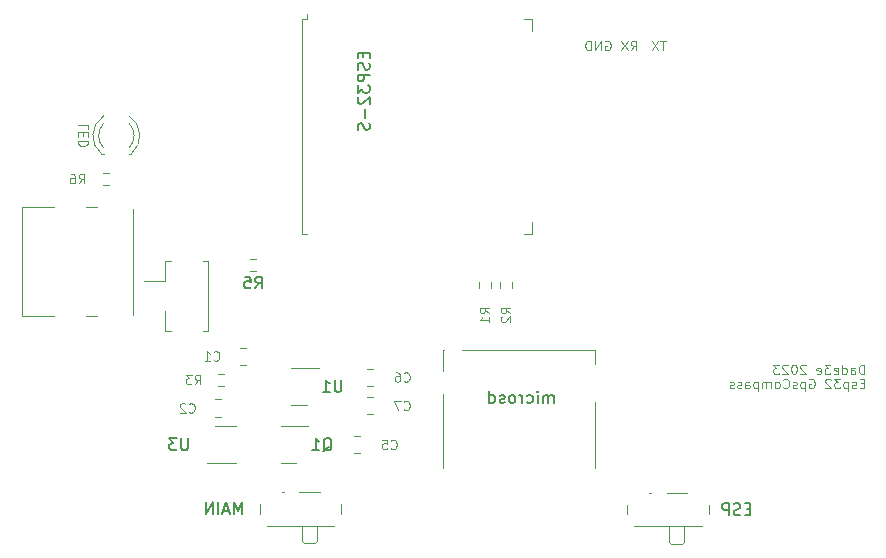
<source format=gbr>
%TF.GenerationSoftware,KiCad,Pcbnew,7.0.2-1.fc38*%
%TF.CreationDate,2023-06-07T17:49:04+02:00*%
%TF.ProjectId,gps_compass,6770735f-636f-46d7-9061-73732e6b6963,rev?*%
%TF.SameCoordinates,Original*%
%TF.FileFunction,Legend,Bot*%
%TF.FilePolarity,Positive*%
%FSLAX46Y46*%
G04 Gerber Fmt 4.6, Leading zero omitted, Abs format (unit mm)*
G04 Created by KiCad (PCBNEW 7.0.2-1.fc38) date 2023-06-07 17:49:04*
%MOMM*%
%LPD*%
G01*
G04 APERTURE LIST*
%ADD10C,0.100000*%
%ADD11C,0.150000*%
%ADD12C,0.120000*%
G04 APERTURE END LIST*
D10*
X157552380Y-35602095D02*
X157819047Y-35221142D01*
X158009523Y-35602095D02*
X158009523Y-34802095D01*
X158009523Y-34802095D02*
X157704761Y-34802095D01*
X157704761Y-34802095D02*
X157628571Y-34840190D01*
X157628571Y-34840190D02*
X157590476Y-34878285D01*
X157590476Y-34878285D02*
X157552380Y-34954476D01*
X157552380Y-34954476D02*
X157552380Y-35068761D01*
X157552380Y-35068761D02*
X157590476Y-35144952D01*
X157590476Y-35144952D02*
X157628571Y-35183047D01*
X157628571Y-35183047D02*
X157704761Y-35221142D01*
X157704761Y-35221142D02*
X158009523Y-35221142D01*
X157285714Y-34802095D02*
X156752380Y-35602095D01*
X156752380Y-34802095D02*
X157285714Y-35602095D01*
X177309523Y-63783047D02*
X177042857Y-63783047D01*
X176928571Y-64202095D02*
X177309523Y-64202095D01*
X177309523Y-64202095D02*
X177309523Y-63402095D01*
X177309523Y-63402095D02*
X176928571Y-63402095D01*
X176623809Y-64164000D02*
X176547618Y-64202095D01*
X176547618Y-64202095D02*
X176395237Y-64202095D01*
X176395237Y-64202095D02*
X176319047Y-64164000D01*
X176319047Y-64164000D02*
X176280951Y-64087809D01*
X176280951Y-64087809D02*
X176280951Y-64049714D01*
X176280951Y-64049714D02*
X176319047Y-63973523D01*
X176319047Y-63973523D02*
X176395237Y-63935428D01*
X176395237Y-63935428D02*
X176509523Y-63935428D01*
X176509523Y-63935428D02*
X176585713Y-63897333D01*
X176585713Y-63897333D02*
X176623809Y-63821142D01*
X176623809Y-63821142D02*
X176623809Y-63783047D01*
X176623809Y-63783047D02*
X176585713Y-63706857D01*
X176585713Y-63706857D02*
X176509523Y-63668761D01*
X176509523Y-63668761D02*
X176395237Y-63668761D01*
X176395237Y-63668761D02*
X176319047Y-63706857D01*
X175938094Y-63668761D02*
X175938094Y-64468761D01*
X175938094Y-63706857D02*
X175861904Y-63668761D01*
X175861904Y-63668761D02*
X175709523Y-63668761D01*
X175709523Y-63668761D02*
X175633332Y-63706857D01*
X175633332Y-63706857D02*
X175595237Y-63744952D01*
X175595237Y-63744952D02*
X175557142Y-63821142D01*
X175557142Y-63821142D02*
X175557142Y-64049714D01*
X175557142Y-64049714D02*
X175595237Y-64125904D01*
X175595237Y-64125904D02*
X175633332Y-64164000D01*
X175633332Y-64164000D02*
X175709523Y-64202095D01*
X175709523Y-64202095D02*
X175861904Y-64202095D01*
X175861904Y-64202095D02*
X175938094Y-64164000D01*
X175290475Y-63402095D02*
X174795237Y-63402095D01*
X174795237Y-63402095D02*
X175061903Y-63706857D01*
X175061903Y-63706857D02*
X174947618Y-63706857D01*
X174947618Y-63706857D02*
X174871427Y-63744952D01*
X174871427Y-63744952D02*
X174833332Y-63783047D01*
X174833332Y-63783047D02*
X174795237Y-63859238D01*
X174795237Y-63859238D02*
X174795237Y-64049714D01*
X174795237Y-64049714D02*
X174833332Y-64125904D01*
X174833332Y-64125904D02*
X174871427Y-64164000D01*
X174871427Y-64164000D02*
X174947618Y-64202095D01*
X174947618Y-64202095D02*
X175176189Y-64202095D01*
X175176189Y-64202095D02*
X175252380Y-64164000D01*
X175252380Y-64164000D02*
X175290475Y-64125904D01*
X174490475Y-63478285D02*
X174452379Y-63440190D01*
X174452379Y-63440190D02*
X174376189Y-63402095D01*
X174376189Y-63402095D02*
X174185713Y-63402095D01*
X174185713Y-63402095D02*
X174109522Y-63440190D01*
X174109522Y-63440190D02*
X174071427Y-63478285D01*
X174071427Y-63478285D02*
X174033332Y-63554476D01*
X174033332Y-63554476D02*
X174033332Y-63630666D01*
X174033332Y-63630666D02*
X174071427Y-63744952D01*
X174071427Y-63744952D02*
X174528570Y-64202095D01*
X174528570Y-64202095D02*
X174033332Y-64202095D01*
X172661903Y-63440190D02*
X172738093Y-63402095D01*
X172738093Y-63402095D02*
X172852379Y-63402095D01*
X172852379Y-63402095D02*
X172966665Y-63440190D01*
X172966665Y-63440190D02*
X173042855Y-63516380D01*
X173042855Y-63516380D02*
X173080950Y-63592571D01*
X173080950Y-63592571D02*
X173119046Y-63744952D01*
X173119046Y-63744952D02*
X173119046Y-63859238D01*
X173119046Y-63859238D02*
X173080950Y-64011619D01*
X173080950Y-64011619D02*
X173042855Y-64087809D01*
X173042855Y-64087809D02*
X172966665Y-64164000D01*
X172966665Y-64164000D02*
X172852379Y-64202095D01*
X172852379Y-64202095D02*
X172776188Y-64202095D01*
X172776188Y-64202095D02*
X172661903Y-64164000D01*
X172661903Y-64164000D02*
X172623807Y-64125904D01*
X172623807Y-64125904D02*
X172623807Y-63859238D01*
X172623807Y-63859238D02*
X172776188Y-63859238D01*
X172280950Y-63668761D02*
X172280950Y-64468761D01*
X172280950Y-63706857D02*
X172204760Y-63668761D01*
X172204760Y-63668761D02*
X172052379Y-63668761D01*
X172052379Y-63668761D02*
X171976188Y-63706857D01*
X171976188Y-63706857D02*
X171938093Y-63744952D01*
X171938093Y-63744952D02*
X171899998Y-63821142D01*
X171899998Y-63821142D02*
X171899998Y-64049714D01*
X171899998Y-64049714D02*
X171938093Y-64125904D01*
X171938093Y-64125904D02*
X171976188Y-64164000D01*
X171976188Y-64164000D02*
X172052379Y-64202095D01*
X172052379Y-64202095D02*
X172204760Y-64202095D01*
X172204760Y-64202095D02*
X172280950Y-64164000D01*
X171595236Y-64164000D02*
X171519045Y-64202095D01*
X171519045Y-64202095D02*
X171366664Y-64202095D01*
X171366664Y-64202095D02*
X171290474Y-64164000D01*
X171290474Y-64164000D02*
X171252378Y-64087809D01*
X171252378Y-64087809D02*
X171252378Y-64049714D01*
X171252378Y-64049714D02*
X171290474Y-63973523D01*
X171290474Y-63973523D02*
X171366664Y-63935428D01*
X171366664Y-63935428D02*
X171480950Y-63935428D01*
X171480950Y-63935428D02*
X171557140Y-63897333D01*
X171557140Y-63897333D02*
X171595236Y-63821142D01*
X171595236Y-63821142D02*
X171595236Y-63783047D01*
X171595236Y-63783047D02*
X171557140Y-63706857D01*
X171557140Y-63706857D02*
X171480950Y-63668761D01*
X171480950Y-63668761D02*
X171366664Y-63668761D01*
X171366664Y-63668761D02*
X171290474Y-63706857D01*
X170452378Y-64125904D02*
X170490474Y-64164000D01*
X170490474Y-64164000D02*
X170604759Y-64202095D01*
X170604759Y-64202095D02*
X170680950Y-64202095D01*
X170680950Y-64202095D02*
X170795236Y-64164000D01*
X170795236Y-64164000D02*
X170871426Y-64087809D01*
X170871426Y-64087809D02*
X170909521Y-64011619D01*
X170909521Y-64011619D02*
X170947617Y-63859238D01*
X170947617Y-63859238D02*
X170947617Y-63744952D01*
X170947617Y-63744952D02*
X170909521Y-63592571D01*
X170909521Y-63592571D02*
X170871426Y-63516380D01*
X170871426Y-63516380D02*
X170795236Y-63440190D01*
X170795236Y-63440190D02*
X170680950Y-63402095D01*
X170680950Y-63402095D02*
X170604759Y-63402095D01*
X170604759Y-63402095D02*
X170490474Y-63440190D01*
X170490474Y-63440190D02*
X170452378Y-63478285D01*
X169995236Y-64202095D02*
X170071426Y-64164000D01*
X170071426Y-64164000D02*
X170109521Y-64125904D01*
X170109521Y-64125904D02*
X170147617Y-64049714D01*
X170147617Y-64049714D02*
X170147617Y-63821142D01*
X170147617Y-63821142D02*
X170109521Y-63744952D01*
X170109521Y-63744952D02*
X170071426Y-63706857D01*
X170071426Y-63706857D02*
X169995236Y-63668761D01*
X169995236Y-63668761D02*
X169880950Y-63668761D01*
X169880950Y-63668761D02*
X169804759Y-63706857D01*
X169804759Y-63706857D02*
X169766664Y-63744952D01*
X169766664Y-63744952D02*
X169728569Y-63821142D01*
X169728569Y-63821142D02*
X169728569Y-64049714D01*
X169728569Y-64049714D02*
X169766664Y-64125904D01*
X169766664Y-64125904D02*
X169804759Y-64164000D01*
X169804759Y-64164000D02*
X169880950Y-64202095D01*
X169880950Y-64202095D02*
X169995236Y-64202095D01*
X169385711Y-64202095D02*
X169385711Y-63668761D01*
X169385711Y-63744952D02*
X169347616Y-63706857D01*
X169347616Y-63706857D02*
X169271426Y-63668761D01*
X169271426Y-63668761D02*
X169157140Y-63668761D01*
X169157140Y-63668761D02*
X169080949Y-63706857D01*
X169080949Y-63706857D02*
X169042854Y-63783047D01*
X169042854Y-63783047D02*
X169042854Y-64202095D01*
X169042854Y-63783047D02*
X169004759Y-63706857D01*
X169004759Y-63706857D02*
X168928568Y-63668761D01*
X168928568Y-63668761D02*
X168814283Y-63668761D01*
X168814283Y-63668761D02*
X168738092Y-63706857D01*
X168738092Y-63706857D02*
X168699997Y-63783047D01*
X168699997Y-63783047D02*
X168699997Y-64202095D01*
X168319044Y-63668761D02*
X168319044Y-64468761D01*
X168319044Y-63706857D02*
X168242854Y-63668761D01*
X168242854Y-63668761D02*
X168090473Y-63668761D01*
X168090473Y-63668761D02*
X168014282Y-63706857D01*
X168014282Y-63706857D02*
X167976187Y-63744952D01*
X167976187Y-63744952D02*
X167938092Y-63821142D01*
X167938092Y-63821142D02*
X167938092Y-64049714D01*
X167938092Y-64049714D02*
X167976187Y-64125904D01*
X167976187Y-64125904D02*
X168014282Y-64164000D01*
X168014282Y-64164000D02*
X168090473Y-64202095D01*
X168090473Y-64202095D02*
X168242854Y-64202095D01*
X168242854Y-64202095D02*
X168319044Y-64164000D01*
X167252377Y-64202095D02*
X167252377Y-63783047D01*
X167252377Y-63783047D02*
X167290472Y-63706857D01*
X167290472Y-63706857D02*
X167366663Y-63668761D01*
X167366663Y-63668761D02*
X167519044Y-63668761D01*
X167519044Y-63668761D02*
X167595234Y-63706857D01*
X167252377Y-64164000D02*
X167328568Y-64202095D01*
X167328568Y-64202095D02*
X167519044Y-64202095D01*
X167519044Y-64202095D02*
X167595234Y-64164000D01*
X167595234Y-64164000D02*
X167633330Y-64087809D01*
X167633330Y-64087809D02*
X167633330Y-64011619D01*
X167633330Y-64011619D02*
X167595234Y-63935428D01*
X167595234Y-63935428D02*
X167519044Y-63897333D01*
X167519044Y-63897333D02*
X167328568Y-63897333D01*
X167328568Y-63897333D02*
X167252377Y-63859238D01*
X166909520Y-64164000D02*
X166833329Y-64202095D01*
X166833329Y-64202095D02*
X166680948Y-64202095D01*
X166680948Y-64202095D02*
X166604758Y-64164000D01*
X166604758Y-64164000D02*
X166566662Y-64087809D01*
X166566662Y-64087809D02*
X166566662Y-64049714D01*
X166566662Y-64049714D02*
X166604758Y-63973523D01*
X166604758Y-63973523D02*
X166680948Y-63935428D01*
X166680948Y-63935428D02*
X166795234Y-63935428D01*
X166795234Y-63935428D02*
X166871424Y-63897333D01*
X166871424Y-63897333D02*
X166909520Y-63821142D01*
X166909520Y-63821142D02*
X166909520Y-63783047D01*
X166909520Y-63783047D02*
X166871424Y-63706857D01*
X166871424Y-63706857D02*
X166795234Y-63668761D01*
X166795234Y-63668761D02*
X166680948Y-63668761D01*
X166680948Y-63668761D02*
X166604758Y-63706857D01*
X166261901Y-64164000D02*
X166185710Y-64202095D01*
X166185710Y-64202095D02*
X166033329Y-64202095D01*
X166033329Y-64202095D02*
X165957139Y-64164000D01*
X165957139Y-64164000D02*
X165919043Y-64087809D01*
X165919043Y-64087809D02*
X165919043Y-64049714D01*
X165919043Y-64049714D02*
X165957139Y-63973523D01*
X165957139Y-63973523D02*
X166033329Y-63935428D01*
X166033329Y-63935428D02*
X166147615Y-63935428D01*
X166147615Y-63935428D02*
X166223805Y-63897333D01*
X166223805Y-63897333D02*
X166261901Y-63821142D01*
X166261901Y-63821142D02*
X166261901Y-63783047D01*
X166261901Y-63783047D02*
X166223805Y-63706857D01*
X166223805Y-63706857D02*
X166147615Y-63668761D01*
X166147615Y-63668761D02*
X166033329Y-63668761D01*
X166033329Y-63668761D02*
X165957139Y-63706857D01*
X160523809Y-34802095D02*
X160066666Y-34802095D01*
X160295238Y-35602095D02*
X160295238Y-34802095D01*
X159876190Y-34802095D02*
X159342856Y-35602095D01*
X159342856Y-34802095D02*
X159876190Y-35602095D01*
X155390476Y-34840190D02*
X155466666Y-34802095D01*
X155466666Y-34802095D02*
X155580952Y-34802095D01*
X155580952Y-34802095D02*
X155695238Y-34840190D01*
X155695238Y-34840190D02*
X155771428Y-34916380D01*
X155771428Y-34916380D02*
X155809523Y-34992571D01*
X155809523Y-34992571D02*
X155847619Y-35144952D01*
X155847619Y-35144952D02*
X155847619Y-35259238D01*
X155847619Y-35259238D02*
X155809523Y-35411619D01*
X155809523Y-35411619D02*
X155771428Y-35487809D01*
X155771428Y-35487809D02*
X155695238Y-35564000D01*
X155695238Y-35564000D02*
X155580952Y-35602095D01*
X155580952Y-35602095D02*
X155504761Y-35602095D01*
X155504761Y-35602095D02*
X155390476Y-35564000D01*
X155390476Y-35564000D02*
X155352380Y-35525904D01*
X155352380Y-35525904D02*
X155352380Y-35259238D01*
X155352380Y-35259238D02*
X155504761Y-35259238D01*
X155009523Y-35602095D02*
X155009523Y-34802095D01*
X155009523Y-34802095D02*
X154552380Y-35602095D01*
X154552380Y-35602095D02*
X154552380Y-34802095D01*
X154171428Y-35602095D02*
X154171428Y-34802095D01*
X154171428Y-34802095D02*
X153980952Y-34802095D01*
X153980952Y-34802095D02*
X153866666Y-34840190D01*
X153866666Y-34840190D02*
X153790476Y-34916380D01*
X153790476Y-34916380D02*
X153752381Y-34992571D01*
X153752381Y-34992571D02*
X153714285Y-35144952D01*
X153714285Y-35144952D02*
X153714285Y-35259238D01*
X153714285Y-35259238D02*
X153752381Y-35411619D01*
X153752381Y-35411619D02*
X153790476Y-35487809D01*
X153790476Y-35487809D02*
X153866666Y-35564000D01*
X153866666Y-35564000D02*
X153980952Y-35602095D01*
X153980952Y-35602095D02*
X154171428Y-35602095D01*
X177309523Y-63002095D02*
X177309523Y-62202095D01*
X177309523Y-62202095D02*
X177119047Y-62202095D01*
X177119047Y-62202095D02*
X177004761Y-62240190D01*
X177004761Y-62240190D02*
X176928571Y-62316380D01*
X176928571Y-62316380D02*
X176890476Y-62392571D01*
X176890476Y-62392571D02*
X176852380Y-62544952D01*
X176852380Y-62544952D02*
X176852380Y-62659238D01*
X176852380Y-62659238D02*
X176890476Y-62811619D01*
X176890476Y-62811619D02*
X176928571Y-62887809D01*
X176928571Y-62887809D02*
X177004761Y-62964000D01*
X177004761Y-62964000D02*
X177119047Y-63002095D01*
X177119047Y-63002095D02*
X177309523Y-63002095D01*
X176166666Y-63002095D02*
X176166666Y-62583047D01*
X176166666Y-62583047D02*
X176204761Y-62506857D01*
X176204761Y-62506857D02*
X176280952Y-62468761D01*
X176280952Y-62468761D02*
X176433333Y-62468761D01*
X176433333Y-62468761D02*
X176509523Y-62506857D01*
X176166666Y-62964000D02*
X176242857Y-63002095D01*
X176242857Y-63002095D02*
X176433333Y-63002095D01*
X176433333Y-63002095D02*
X176509523Y-62964000D01*
X176509523Y-62964000D02*
X176547619Y-62887809D01*
X176547619Y-62887809D02*
X176547619Y-62811619D01*
X176547619Y-62811619D02*
X176509523Y-62735428D01*
X176509523Y-62735428D02*
X176433333Y-62697333D01*
X176433333Y-62697333D02*
X176242857Y-62697333D01*
X176242857Y-62697333D02*
X176166666Y-62659238D01*
X175442856Y-63002095D02*
X175442856Y-62202095D01*
X175442856Y-62964000D02*
X175519047Y-63002095D01*
X175519047Y-63002095D02*
X175671428Y-63002095D01*
X175671428Y-63002095D02*
X175747618Y-62964000D01*
X175747618Y-62964000D02*
X175785713Y-62925904D01*
X175785713Y-62925904D02*
X175823809Y-62849714D01*
X175823809Y-62849714D02*
X175823809Y-62621142D01*
X175823809Y-62621142D02*
X175785713Y-62544952D01*
X175785713Y-62544952D02*
X175747618Y-62506857D01*
X175747618Y-62506857D02*
X175671428Y-62468761D01*
X175671428Y-62468761D02*
X175519047Y-62468761D01*
X175519047Y-62468761D02*
X175442856Y-62506857D01*
X174757141Y-62964000D02*
X174833332Y-63002095D01*
X174833332Y-63002095D02*
X174985713Y-63002095D01*
X174985713Y-63002095D02*
X175061903Y-62964000D01*
X175061903Y-62964000D02*
X175099999Y-62887809D01*
X175099999Y-62887809D02*
X175099999Y-62583047D01*
X175099999Y-62583047D02*
X175061903Y-62506857D01*
X175061903Y-62506857D02*
X174985713Y-62468761D01*
X174985713Y-62468761D02*
X174833332Y-62468761D01*
X174833332Y-62468761D02*
X174757141Y-62506857D01*
X174757141Y-62506857D02*
X174719046Y-62583047D01*
X174719046Y-62583047D02*
X174719046Y-62659238D01*
X174719046Y-62659238D02*
X175099999Y-62735428D01*
X174452380Y-62202095D02*
X173957142Y-62202095D01*
X173957142Y-62202095D02*
X174223808Y-62506857D01*
X174223808Y-62506857D02*
X174109523Y-62506857D01*
X174109523Y-62506857D02*
X174033332Y-62544952D01*
X174033332Y-62544952D02*
X173995237Y-62583047D01*
X173995237Y-62583047D02*
X173957142Y-62659238D01*
X173957142Y-62659238D02*
X173957142Y-62849714D01*
X173957142Y-62849714D02*
X173995237Y-62925904D01*
X173995237Y-62925904D02*
X174033332Y-62964000D01*
X174033332Y-62964000D02*
X174109523Y-63002095D01*
X174109523Y-63002095D02*
X174338094Y-63002095D01*
X174338094Y-63002095D02*
X174414285Y-62964000D01*
X174414285Y-62964000D02*
X174452380Y-62925904D01*
X173309522Y-62964000D02*
X173385713Y-63002095D01*
X173385713Y-63002095D02*
X173538094Y-63002095D01*
X173538094Y-63002095D02*
X173614284Y-62964000D01*
X173614284Y-62964000D02*
X173652380Y-62887809D01*
X173652380Y-62887809D02*
X173652380Y-62583047D01*
X173652380Y-62583047D02*
X173614284Y-62506857D01*
X173614284Y-62506857D02*
X173538094Y-62468761D01*
X173538094Y-62468761D02*
X173385713Y-62468761D01*
X173385713Y-62468761D02*
X173309522Y-62506857D01*
X173309522Y-62506857D02*
X173271427Y-62583047D01*
X173271427Y-62583047D02*
X173271427Y-62659238D01*
X173271427Y-62659238D02*
X173652380Y-62735428D01*
X172357142Y-62278285D02*
X172319046Y-62240190D01*
X172319046Y-62240190D02*
X172242856Y-62202095D01*
X172242856Y-62202095D02*
X172052380Y-62202095D01*
X172052380Y-62202095D02*
X171976189Y-62240190D01*
X171976189Y-62240190D02*
X171938094Y-62278285D01*
X171938094Y-62278285D02*
X171899999Y-62354476D01*
X171899999Y-62354476D02*
X171899999Y-62430666D01*
X171899999Y-62430666D02*
X171938094Y-62544952D01*
X171938094Y-62544952D02*
X172395237Y-63002095D01*
X172395237Y-63002095D02*
X171899999Y-63002095D01*
X171404760Y-62202095D02*
X171328570Y-62202095D01*
X171328570Y-62202095D02*
X171252379Y-62240190D01*
X171252379Y-62240190D02*
X171214284Y-62278285D01*
X171214284Y-62278285D02*
X171176189Y-62354476D01*
X171176189Y-62354476D02*
X171138094Y-62506857D01*
X171138094Y-62506857D02*
X171138094Y-62697333D01*
X171138094Y-62697333D02*
X171176189Y-62849714D01*
X171176189Y-62849714D02*
X171214284Y-62925904D01*
X171214284Y-62925904D02*
X171252379Y-62964000D01*
X171252379Y-62964000D02*
X171328570Y-63002095D01*
X171328570Y-63002095D02*
X171404760Y-63002095D01*
X171404760Y-63002095D02*
X171480951Y-62964000D01*
X171480951Y-62964000D02*
X171519046Y-62925904D01*
X171519046Y-62925904D02*
X171557141Y-62849714D01*
X171557141Y-62849714D02*
X171595237Y-62697333D01*
X171595237Y-62697333D02*
X171595237Y-62506857D01*
X171595237Y-62506857D02*
X171557141Y-62354476D01*
X171557141Y-62354476D02*
X171519046Y-62278285D01*
X171519046Y-62278285D02*
X171480951Y-62240190D01*
X171480951Y-62240190D02*
X171404760Y-62202095D01*
X170833332Y-62278285D02*
X170795236Y-62240190D01*
X170795236Y-62240190D02*
X170719046Y-62202095D01*
X170719046Y-62202095D02*
X170528570Y-62202095D01*
X170528570Y-62202095D02*
X170452379Y-62240190D01*
X170452379Y-62240190D02*
X170414284Y-62278285D01*
X170414284Y-62278285D02*
X170376189Y-62354476D01*
X170376189Y-62354476D02*
X170376189Y-62430666D01*
X170376189Y-62430666D02*
X170414284Y-62544952D01*
X170414284Y-62544952D02*
X170871427Y-63002095D01*
X170871427Y-63002095D02*
X170376189Y-63002095D01*
X170109522Y-62202095D02*
X169614284Y-62202095D01*
X169614284Y-62202095D02*
X169880950Y-62506857D01*
X169880950Y-62506857D02*
X169766665Y-62506857D01*
X169766665Y-62506857D02*
X169690474Y-62544952D01*
X169690474Y-62544952D02*
X169652379Y-62583047D01*
X169652379Y-62583047D02*
X169614284Y-62659238D01*
X169614284Y-62659238D02*
X169614284Y-62849714D01*
X169614284Y-62849714D02*
X169652379Y-62925904D01*
X169652379Y-62925904D02*
X169690474Y-62964000D01*
X169690474Y-62964000D02*
X169766665Y-63002095D01*
X169766665Y-63002095D02*
X169995236Y-63002095D01*
X169995236Y-63002095D02*
X170071427Y-62964000D01*
X170071427Y-62964000D02*
X170109522Y-62925904D01*
D11*
%TO.C,Q1*%
X131495238Y-69557857D02*
X131590476Y-69510238D01*
X131590476Y-69510238D02*
X131685714Y-69415000D01*
X131685714Y-69415000D02*
X131828571Y-69272142D01*
X131828571Y-69272142D02*
X131923809Y-69224523D01*
X131923809Y-69224523D02*
X132019047Y-69224523D01*
X131971428Y-69462619D02*
X132066666Y-69415000D01*
X132066666Y-69415000D02*
X132161904Y-69319761D01*
X132161904Y-69319761D02*
X132209523Y-69129285D01*
X132209523Y-69129285D02*
X132209523Y-68795952D01*
X132209523Y-68795952D02*
X132161904Y-68605476D01*
X132161904Y-68605476D02*
X132066666Y-68510238D01*
X132066666Y-68510238D02*
X131971428Y-68462619D01*
X131971428Y-68462619D02*
X131780952Y-68462619D01*
X131780952Y-68462619D02*
X131685714Y-68510238D01*
X131685714Y-68510238D02*
X131590476Y-68605476D01*
X131590476Y-68605476D02*
X131542857Y-68795952D01*
X131542857Y-68795952D02*
X131542857Y-69129285D01*
X131542857Y-69129285D02*
X131590476Y-69319761D01*
X131590476Y-69319761D02*
X131685714Y-69415000D01*
X131685714Y-69415000D02*
X131780952Y-69462619D01*
X131780952Y-69462619D02*
X131971428Y-69462619D01*
X130590476Y-69462619D02*
X131161904Y-69462619D01*
X130876190Y-69462619D02*
X130876190Y-68462619D01*
X130876190Y-68462619D02*
X130971428Y-68605476D01*
X130971428Y-68605476D02*
X131066666Y-68700714D01*
X131066666Y-68700714D02*
X131161904Y-68748333D01*
D10*
%TO.C,R6*%
X110833332Y-46870095D02*
X111099999Y-46489142D01*
X111290475Y-46870095D02*
X111290475Y-46070095D01*
X111290475Y-46070095D02*
X110985713Y-46070095D01*
X110985713Y-46070095D02*
X110909523Y-46108190D01*
X110909523Y-46108190D02*
X110871428Y-46146285D01*
X110871428Y-46146285D02*
X110833332Y-46222476D01*
X110833332Y-46222476D02*
X110833332Y-46336761D01*
X110833332Y-46336761D02*
X110871428Y-46412952D01*
X110871428Y-46412952D02*
X110909523Y-46451047D01*
X110909523Y-46451047D02*
X110985713Y-46489142D01*
X110985713Y-46489142D02*
X111290475Y-46489142D01*
X110147618Y-46070095D02*
X110299999Y-46070095D01*
X110299999Y-46070095D02*
X110376190Y-46108190D01*
X110376190Y-46108190D02*
X110414285Y-46146285D01*
X110414285Y-46146285D02*
X110490475Y-46260571D01*
X110490475Y-46260571D02*
X110528571Y-46412952D01*
X110528571Y-46412952D02*
X110528571Y-46717714D01*
X110528571Y-46717714D02*
X110490475Y-46793904D01*
X110490475Y-46793904D02*
X110452380Y-46832000D01*
X110452380Y-46832000D02*
X110376190Y-46870095D01*
X110376190Y-46870095D02*
X110223809Y-46870095D01*
X110223809Y-46870095D02*
X110147618Y-46832000D01*
X110147618Y-46832000D02*
X110109523Y-46793904D01*
X110109523Y-46793904D02*
X110071428Y-46717714D01*
X110071428Y-46717714D02*
X110071428Y-46527238D01*
X110071428Y-46527238D02*
X110109523Y-46451047D01*
X110109523Y-46451047D02*
X110147618Y-46412952D01*
X110147618Y-46412952D02*
X110223809Y-46374857D01*
X110223809Y-46374857D02*
X110376190Y-46374857D01*
X110376190Y-46374857D02*
X110452380Y-46412952D01*
X110452380Y-46412952D02*
X110490475Y-46451047D01*
X110490475Y-46451047D02*
X110528571Y-46527238D01*
%TO.C,R1*%
X145570095Y-57866667D02*
X145189142Y-57600000D01*
X145570095Y-57409524D02*
X144770095Y-57409524D01*
X144770095Y-57409524D02*
X144770095Y-57714286D01*
X144770095Y-57714286D02*
X144808190Y-57790476D01*
X144808190Y-57790476D02*
X144846285Y-57828571D01*
X144846285Y-57828571D02*
X144922476Y-57866667D01*
X144922476Y-57866667D02*
X145036761Y-57866667D01*
X145036761Y-57866667D02*
X145112952Y-57828571D01*
X145112952Y-57828571D02*
X145151047Y-57790476D01*
X145151047Y-57790476D02*
X145189142Y-57714286D01*
X145189142Y-57714286D02*
X145189142Y-57409524D01*
X145570095Y-58628571D02*
X145570095Y-58171428D01*
X145570095Y-58400000D02*
X144770095Y-58400000D01*
X144770095Y-58400000D02*
X144884380Y-58323809D01*
X144884380Y-58323809D02*
X144960571Y-58247619D01*
X144960571Y-58247619D02*
X144998666Y-58171428D01*
%TO.C,R2*%
X147370095Y-57866667D02*
X146989142Y-57600000D01*
X147370095Y-57409524D02*
X146570095Y-57409524D01*
X146570095Y-57409524D02*
X146570095Y-57714286D01*
X146570095Y-57714286D02*
X146608190Y-57790476D01*
X146608190Y-57790476D02*
X146646285Y-57828571D01*
X146646285Y-57828571D02*
X146722476Y-57866667D01*
X146722476Y-57866667D02*
X146836761Y-57866667D01*
X146836761Y-57866667D02*
X146912952Y-57828571D01*
X146912952Y-57828571D02*
X146951047Y-57790476D01*
X146951047Y-57790476D02*
X146989142Y-57714286D01*
X146989142Y-57714286D02*
X146989142Y-57409524D01*
X146646285Y-58171428D02*
X146608190Y-58209524D01*
X146608190Y-58209524D02*
X146570095Y-58285714D01*
X146570095Y-58285714D02*
X146570095Y-58476190D01*
X146570095Y-58476190D02*
X146608190Y-58552381D01*
X146608190Y-58552381D02*
X146646285Y-58590476D01*
X146646285Y-58590476D02*
X146722476Y-58628571D01*
X146722476Y-58628571D02*
X146798666Y-58628571D01*
X146798666Y-58628571D02*
X146912952Y-58590476D01*
X146912952Y-58590476D02*
X147370095Y-58133333D01*
X147370095Y-58133333D02*
X147370095Y-58628571D01*
D11*
%TO.C,ESP*%
X167690475Y-74438809D02*
X167357142Y-74438809D01*
X167214285Y-74962619D02*
X167690475Y-74962619D01*
X167690475Y-74962619D02*
X167690475Y-73962619D01*
X167690475Y-73962619D02*
X167214285Y-73962619D01*
X166833332Y-74915000D02*
X166690475Y-74962619D01*
X166690475Y-74962619D02*
X166452380Y-74962619D01*
X166452380Y-74962619D02*
X166357142Y-74915000D01*
X166357142Y-74915000D02*
X166309523Y-74867380D01*
X166309523Y-74867380D02*
X166261904Y-74772142D01*
X166261904Y-74772142D02*
X166261904Y-74676904D01*
X166261904Y-74676904D02*
X166309523Y-74581666D01*
X166309523Y-74581666D02*
X166357142Y-74534047D01*
X166357142Y-74534047D02*
X166452380Y-74486428D01*
X166452380Y-74486428D02*
X166642856Y-74438809D01*
X166642856Y-74438809D02*
X166738094Y-74391190D01*
X166738094Y-74391190D02*
X166785713Y-74343571D01*
X166785713Y-74343571D02*
X166833332Y-74248333D01*
X166833332Y-74248333D02*
X166833332Y-74153095D01*
X166833332Y-74153095D02*
X166785713Y-74057857D01*
X166785713Y-74057857D02*
X166738094Y-74010238D01*
X166738094Y-74010238D02*
X166642856Y-73962619D01*
X166642856Y-73962619D02*
X166404761Y-73962619D01*
X166404761Y-73962619D02*
X166261904Y-74010238D01*
X165833332Y-74962619D02*
X165833332Y-73962619D01*
X165833332Y-73962619D02*
X165452380Y-73962619D01*
X165452380Y-73962619D02*
X165357142Y-74010238D01*
X165357142Y-74010238D02*
X165309523Y-74057857D01*
X165309523Y-74057857D02*
X165261904Y-74153095D01*
X165261904Y-74153095D02*
X165261904Y-74295952D01*
X165261904Y-74295952D02*
X165309523Y-74391190D01*
X165309523Y-74391190D02*
X165357142Y-74438809D01*
X165357142Y-74438809D02*
X165452380Y-74486428D01*
X165452380Y-74486428D02*
X165833332Y-74486428D01*
D10*
%TO.C,C5*%
X137233332Y-69293904D02*
X137271428Y-69332000D01*
X137271428Y-69332000D02*
X137385713Y-69370095D01*
X137385713Y-69370095D02*
X137461904Y-69370095D01*
X137461904Y-69370095D02*
X137576190Y-69332000D01*
X137576190Y-69332000D02*
X137652380Y-69255809D01*
X137652380Y-69255809D02*
X137690475Y-69179619D01*
X137690475Y-69179619D02*
X137728571Y-69027238D01*
X137728571Y-69027238D02*
X137728571Y-68912952D01*
X137728571Y-68912952D02*
X137690475Y-68760571D01*
X137690475Y-68760571D02*
X137652380Y-68684380D01*
X137652380Y-68684380D02*
X137576190Y-68608190D01*
X137576190Y-68608190D02*
X137461904Y-68570095D01*
X137461904Y-68570095D02*
X137385713Y-68570095D01*
X137385713Y-68570095D02*
X137271428Y-68608190D01*
X137271428Y-68608190D02*
X137233332Y-68646285D01*
X136509523Y-68570095D02*
X136890475Y-68570095D01*
X136890475Y-68570095D02*
X136928571Y-68951047D01*
X136928571Y-68951047D02*
X136890475Y-68912952D01*
X136890475Y-68912952D02*
X136814285Y-68874857D01*
X136814285Y-68874857D02*
X136623809Y-68874857D01*
X136623809Y-68874857D02*
X136547618Y-68912952D01*
X136547618Y-68912952D02*
X136509523Y-68951047D01*
X136509523Y-68951047D02*
X136471428Y-69027238D01*
X136471428Y-69027238D02*
X136471428Y-69217714D01*
X136471428Y-69217714D02*
X136509523Y-69293904D01*
X136509523Y-69293904D02*
X136547618Y-69332000D01*
X136547618Y-69332000D02*
X136623809Y-69370095D01*
X136623809Y-69370095D02*
X136814285Y-69370095D01*
X136814285Y-69370095D02*
X136890475Y-69332000D01*
X136890475Y-69332000D02*
X136928571Y-69293904D01*
%TO.C,R3*%
X120633332Y-63870095D02*
X120899999Y-63489142D01*
X121090475Y-63870095D02*
X121090475Y-63070095D01*
X121090475Y-63070095D02*
X120785713Y-63070095D01*
X120785713Y-63070095D02*
X120709523Y-63108190D01*
X120709523Y-63108190D02*
X120671428Y-63146285D01*
X120671428Y-63146285D02*
X120633332Y-63222476D01*
X120633332Y-63222476D02*
X120633332Y-63336761D01*
X120633332Y-63336761D02*
X120671428Y-63412952D01*
X120671428Y-63412952D02*
X120709523Y-63451047D01*
X120709523Y-63451047D02*
X120785713Y-63489142D01*
X120785713Y-63489142D02*
X121090475Y-63489142D01*
X120366666Y-63070095D02*
X119871428Y-63070095D01*
X119871428Y-63070095D02*
X120138094Y-63374857D01*
X120138094Y-63374857D02*
X120023809Y-63374857D01*
X120023809Y-63374857D02*
X119947618Y-63412952D01*
X119947618Y-63412952D02*
X119909523Y-63451047D01*
X119909523Y-63451047D02*
X119871428Y-63527238D01*
X119871428Y-63527238D02*
X119871428Y-63717714D01*
X119871428Y-63717714D02*
X119909523Y-63793904D01*
X119909523Y-63793904D02*
X119947618Y-63832000D01*
X119947618Y-63832000D02*
X120023809Y-63870095D01*
X120023809Y-63870095D02*
X120252380Y-63870095D01*
X120252380Y-63870095D02*
X120328571Y-63832000D01*
X120328571Y-63832000D02*
X120366666Y-63793904D01*
D11*
%TO.C,U3*%
X120061904Y-68462619D02*
X120061904Y-69272142D01*
X120061904Y-69272142D02*
X120014285Y-69367380D01*
X120014285Y-69367380D02*
X119966666Y-69415000D01*
X119966666Y-69415000D02*
X119871428Y-69462619D01*
X119871428Y-69462619D02*
X119680952Y-69462619D01*
X119680952Y-69462619D02*
X119585714Y-69415000D01*
X119585714Y-69415000D02*
X119538095Y-69367380D01*
X119538095Y-69367380D02*
X119490476Y-69272142D01*
X119490476Y-69272142D02*
X119490476Y-68462619D01*
X119109523Y-68462619D02*
X118490476Y-68462619D01*
X118490476Y-68462619D02*
X118823809Y-68843571D01*
X118823809Y-68843571D02*
X118680952Y-68843571D01*
X118680952Y-68843571D02*
X118585714Y-68891190D01*
X118585714Y-68891190D02*
X118538095Y-68938809D01*
X118538095Y-68938809D02*
X118490476Y-69034047D01*
X118490476Y-69034047D02*
X118490476Y-69272142D01*
X118490476Y-69272142D02*
X118538095Y-69367380D01*
X118538095Y-69367380D02*
X118585714Y-69415000D01*
X118585714Y-69415000D02*
X118680952Y-69462619D01*
X118680952Y-69462619D02*
X118966666Y-69462619D01*
X118966666Y-69462619D02*
X119061904Y-69415000D01*
X119061904Y-69415000D02*
X119109523Y-69367380D01*
%TO.C,ESP32-S*%
X134918809Y-35811905D02*
X134918809Y-36145238D01*
X135442619Y-36288095D02*
X135442619Y-35811905D01*
X135442619Y-35811905D02*
X134442619Y-35811905D01*
X134442619Y-35811905D02*
X134442619Y-36288095D01*
X135395000Y-36669048D02*
X135442619Y-36811905D01*
X135442619Y-36811905D02*
X135442619Y-37050000D01*
X135442619Y-37050000D02*
X135395000Y-37145238D01*
X135395000Y-37145238D02*
X135347380Y-37192857D01*
X135347380Y-37192857D02*
X135252142Y-37240476D01*
X135252142Y-37240476D02*
X135156904Y-37240476D01*
X135156904Y-37240476D02*
X135061666Y-37192857D01*
X135061666Y-37192857D02*
X135014047Y-37145238D01*
X135014047Y-37145238D02*
X134966428Y-37050000D01*
X134966428Y-37050000D02*
X134918809Y-36859524D01*
X134918809Y-36859524D02*
X134871190Y-36764286D01*
X134871190Y-36764286D02*
X134823571Y-36716667D01*
X134823571Y-36716667D02*
X134728333Y-36669048D01*
X134728333Y-36669048D02*
X134633095Y-36669048D01*
X134633095Y-36669048D02*
X134537857Y-36716667D01*
X134537857Y-36716667D02*
X134490238Y-36764286D01*
X134490238Y-36764286D02*
X134442619Y-36859524D01*
X134442619Y-36859524D02*
X134442619Y-37097619D01*
X134442619Y-37097619D02*
X134490238Y-37240476D01*
X135442619Y-37669048D02*
X134442619Y-37669048D01*
X134442619Y-37669048D02*
X134442619Y-38050000D01*
X134442619Y-38050000D02*
X134490238Y-38145238D01*
X134490238Y-38145238D02*
X134537857Y-38192857D01*
X134537857Y-38192857D02*
X134633095Y-38240476D01*
X134633095Y-38240476D02*
X134775952Y-38240476D01*
X134775952Y-38240476D02*
X134871190Y-38192857D01*
X134871190Y-38192857D02*
X134918809Y-38145238D01*
X134918809Y-38145238D02*
X134966428Y-38050000D01*
X134966428Y-38050000D02*
X134966428Y-37669048D01*
X134442619Y-38573810D02*
X134442619Y-39192857D01*
X134442619Y-39192857D02*
X134823571Y-38859524D01*
X134823571Y-38859524D02*
X134823571Y-39002381D01*
X134823571Y-39002381D02*
X134871190Y-39097619D01*
X134871190Y-39097619D02*
X134918809Y-39145238D01*
X134918809Y-39145238D02*
X135014047Y-39192857D01*
X135014047Y-39192857D02*
X135252142Y-39192857D01*
X135252142Y-39192857D02*
X135347380Y-39145238D01*
X135347380Y-39145238D02*
X135395000Y-39097619D01*
X135395000Y-39097619D02*
X135442619Y-39002381D01*
X135442619Y-39002381D02*
X135442619Y-38716667D01*
X135442619Y-38716667D02*
X135395000Y-38621429D01*
X135395000Y-38621429D02*
X135347380Y-38573810D01*
X134537857Y-39573810D02*
X134490238Y-39621429D01*
X134490238Y-39621429D02*
X134442619Y-39716667D01*
X134442619Y-39716667D02*
X134442619Y-39954762D01*
X134442619Y-39954762D02*
X134490238Y-40050000D01*
X134490238Y-40050000D02*
X134537857Y-40097619D01*
X134537857Y-40097619D02*
X134633095Y-40145238D01*
X134633095Y-40145238D02*
X134728333Y-40145238D01*
X134728333Y-40145238D02*
X134871190Y-40097619D01*
X134871190Y-40097619D02*
X135442619Y-39526191D01*
X135442619Y-39526191D02*
X135442619Y-40145238D01*
X135061666Y-40573810D02*
X135061666Y-41335715D01*
X135395000Y-41764286D02*
X135442619Y-41907143D01*
X135442619Y-41907143D02*
X135442619Y-42145238D01*
X135442619Y-42145238D02*
X135395000Y-42240476D01*
X135395000Y-42240476D02*
X135347380Y-42288095D01*
X135347380Y-42288095D02*
X135252142Y-42335714D01*
X135252142Y-42335714D02*
X135156904Y-42335714D01*
X135156904Y-42335714D02*
X135061666Y-42288095D01*
X135061666Y-42288095D02*
X135014047Y-42240476D01*
X135014047Y-42240476D02*
X134966428Y-42145238D01*
X134966428Y-42145238D02*
X134918809Y-41954762D01*
X134918809Y-41954762D02*
X134871190Y-41859524D01*
X134871190Y-41859524D02*
X134823571Y-41811905D01*
X134823571Y-41811905D02*
X134728333Y-41764286D01*
X134728333Y-41764286D02*
X134633095Y-41764286D01*
X134633095Y-41764286D02*
X134537857Y-41811905D01*
X134537857Y-41811905D02*
X134490238Y-41859524D01*
X134490238Y-41859524D02*
X134442619Y-41954762D01*
X134442619Y-41954762D02*
X134442619Y-42192857D01*
X134442619Y-42192857D02*
X134490238Y-42335714D01*
D10*
%TO.C,C7*%
X138333332Y-65993904D02*
X138371428Y-66032000D01*
X138371428Y-66032000D02*
X138485713Y-66070095D01*
X138485713Y-66070095D02*
X138561904Y-66070095D01*
X138561904Y-66070095D02*
X138676190Y-66032000D01*
X138676190Y-66032000D02*
X138752380Y-65955809D01*
X138752380Y-65955809D02*
X138790475Y-65879619D01*
X138790475Y-65879619D02*
X138828571Y-65727238D01*
X138828571Y-65727238D02*
X138828571Y-65612952D01*
X138828571Y-65612952D02*
X138790475Y-65460571D01*
X138790475Y-65460571D02*
X138752380Y-65384380D01*
X138752380Y-65384380D02*
X138676190Y-65308190D01*
X138676190Y-65308190D02*
X138561904Y-65270095D01*
X138561904Y-65270095D02*
X138485713Y-65270095D01*
X138485713Y-65270095D02*
X138371428Y-65308190D01*
X138371428Y-65308190D02*
X138333332Y-65346285D01*
X138066666Y-65270095D02*
X137533332Y-65270095D01*
X137533332Y-65270095D02*
X137876190Y-66070095D01*
%TO.C,LED*%
X111570095Y-42285714D02*
X111570095Y-41904762D01*
X111570095Y-41904762D02*
X110770095Y-41904762D01*
X111151047Y-42552381D02*
X111151047Y-42819047D01*
X111570095Y-42933333D02*
X111570095Y-42552381D01*
X111570095Y-42552381D02*
X110770095Y-42552381D01*
X110770095Y-42552381D02*
X110770095Y-42933333D01*
X111570095Y-43276191D02*
X110770095Y-43276191D01*
X110770095Y-43276191D02*
X110770095Y-43466667D01*
X110770095Y-43466667D02*
X110808190Y-43580953D01*
X110808190Y-43580953D02*
X110884380Y-43657143D01*
X110884380Y-43657143D02*
X110960571Y-43695238D01*
X110960571Y-43695238D02*
X111112952Y-43733334D01*
X111112952Y-43733334D02*
X111227238Y-43733334D01*
X111227238Y-43733334D02*
X111379619Y-43695238D01*
X111379619Y-43695238D02*
X111455809Y-43657143D01*
X111455809Y-43657143D02*
X111532000Y-43580953D01*
X111532000Y-43580953D02*
X111570095Y-43466667D01*
X111570095Y-43466667D02*
X111570095Y-43276191D01*
D11*
%TO.C,MAIN*%
X124623808Y-74862619D02*
X124623808Y-73862619D01*
X124623808Y-73862619D02*
X124290475Y-74576904D01*
X124290475Y-74576904D02*
X123957142Y-73862619D01*
X123957142Y-73862619D02*
X123957142Y-74862619D01*
X123528570Y-74576904D02*
X123052380Y-74576904D01*
X123623808Y-74862619D02*
X123290475Y-73862619D01*
X123290475Y-73862619D02*
X122957142Y-74862619D01*
X122623808Y-74862619D02*
X122623808Y-73862619D01*
X122147618Y-74862619D02*
X122147618Y-73862619D01*
X122147618Y-73862619D02*
X121576190Y-74862619D01*
X121576190Y-74862619D02*
X121576190Y-73862619D01*
D10*
%TO.C,C6*%
X138333332Y-63593904D02*
X138371428Y-63632000D01*
X138371428Y-63632000D02*
X138485713Y-63670095D01*
X138485713Y-63670095D02*
X138561904Y-63670095D01*
X138561904Y-63670095D02*
X138676190Y-63632000D01*
X138676190Y-63632000D02*
X138752380Y-63555809D01*
X138752380Y-63555809D02*
X138790475Y-63479619D01*
X138790475Y-63479619D02*
X138828571Y-63327238D01*
X138828571Y-63327238D02*
X138828571Y-63212952D01*
X138828571Y-63212952D02*
X138790475Y-63060571D01*
X138790475Y-63060571D02*
X138752380Y-62984380D01*
X138752380Y-62984380D02*
X138676190Y-62908190D01*
X138676190Y-62908190D02*
X138561904Y-62870095D01*
X138561904Y-62870095D02*
X138485713Y-62870095D01*
X138485713Y-62870095D02*
X138371428Y-62908190D01*
X138371428Y-62908190D02*
X138333332Y-62946285D01*
X137647618Y-62870095D02*
X137799999Y-62870095D01*
X137799999Y-62870095D02*
X137876190Y-62908190D01*
X137876190Y-62908190D02*
X137914285Y-62946285D01*
X137914285Y-62946285D02*
X137990475Y-63060571D01*
X137990475Y-63060571D02*
X138028571Y-63212952D01*
X138028571Y-63212952D02*
X138028571Y-63517714D01*
X138028571Y-63517714D02*
X137990475Y-63593904D01*
X137990475Y-63593904D02*
X137952380Y-63632000D01*
X137952380Y-63632000D02*
X137876190Y-63670095D01*
X137876190Y-63670095D02*
X137723809Y-63670095D01*
X137723809Y-63670095D02*
X137647618Y-63632000D01*
X137647618Y-63632000D02*
X137609523Y-63593904D01*
X137609523Y-63593904D02*
X137571428Y-63517714D01*
X137571428Y-63517714D02*
X137571428Y-63327238D01*
X137571428Y-63327238D02*
X137609523Y-63251047D01*
X137609523Y-63251047D02*
X137647618Y-63212952D01*
X137647618Y-63212952D02*
X137723809Y-63174857D01*
X137723809Y-63174857D02*
X137876190Y-63174857D01*
X137876190Y-63174857D02*
X137952380Y-63212952D01*
X137952380Y-63212952D02*
X137990475Y-63251047D01*
X137990475Y-63251047D02*
X138028571Y-63327238D01*
D11*
%TO.C,U1*%
X133061904Y-63512619D02*
X133061904Y-64322142D01*
X133061904Y-64322142D02*
X133014285Y-64417380D01*
X133014285Y-64417380D02*
X132966666Y-64465000D01*
X132966666Y-64465000D02*
X132871428Y-64512619D01*
X132871428Y-64512619D02*
X132680952Y-64512619D01*
X132680952Y-64512619D02*
X132585714Y-64465000D01*
X132585714Y-64465000D02*
X132538095Y-64417380D01*
X132538095Y-64417380D02*
X132490476Y-64322142D01*
X132490476Y-64322142D02*
X132490476Y-63512619D01*
X131490476Y-64512619D02*
X132061904Y-64512619D01*
X131776190Y-64512619D02*
X131776190Y-63512619D01*
X131776190Y-63512619D02*
X131871428Y-63655476D01*
X131871428Y-63655476D02*
X131966666Y-63750714D01*
X131966666Y-63750714D02*
X132061904Y-63798333D01*
%TO.C,R5*%
X125766666Y-55762619D02*
X126099999Y-55286428D01*
X126338094Y-55762619D02*
X126338094Y-54762619D01*
X126338094Y-54762619D02*
X125957142Y-54762619D01*
X125957142Y-54762619D02*
X125861904Y-54810238D01*
X125861904Y-54810238D02*
X125814285Y-54857857D01*
X125814285Y-54857857D02*
X125766666Y-54953095D01*
X125766666Y-54953095D02*
X125766666Y-55095952D01*
X125766666Y-55095952D02*
X125814285Y-55191190D01*
X125814285Y-55191190D02*
X125861904Y-55238809D01*
X125861904Y-55238809D02*
X125957142Y-55286428D01*
X125957142Y-55286428D02*
X126338094Y-55286428D01*
X124861904Y-54762619D02*
X125338094Y-54762619D01*
X125338094Y-54762619D02*
X125385713Y-55238809D01*
X125385713Y-55238809D02*
X125338094Y-55191190D01*
X125338094Y-55191190D02*
X125242856Y-55143571D01*
X125242856Y-55143571D02*
X125004761Y-55143571D01*
X125004761Y-55143571D02*
X124909523Y-55191190D01*
X124909523Y-55191190D02*
X124861904Y-55238809D01*
X124861904Y-55238809D02*
X124814285Y-55334047D01*
X124814285Y-55334047D02*
X124814285Y-55572142D01*
X124814285Y-55572142D02*
X124861904Y-55667380D01*
X124861904Y-55667380D02*
X124909523Y-55715000D01*
X124909523Y-55715000D02*
X125004761Y-55762619D01*
X125004761Y-55762619D02*
X125242856Y-55762619D01*
X125242856Y-55762619D02*
X125338094Y-55715000D01*
X125338094Y-55715000D02*
X125385713Y-55667380D01*
D10*
%TO.C,C1*%
X122233332Y-61793904D02*
X122271428Y-61832000D01*
X122271428Y-61832000D02*
X122385713Y-61870095D01*
X122385713Y-61870095D02*
X122461904Y-61870095D01*
X122461904Y-61870095D02*
X122576190Y-61832000D01*
X122576190Y-61832000D02*
X122652380Y-61755809D01*
X122652380Y-61755809D02*
X122690475Y-61679619D01*
X122690475Y-61679619D02*
X122728571Y-61527238D01*
X122728571Y-61527238D02*
X122728571Y-61412952D01*
X122728571Y-61412952D02*
X122690475Y-61260571D01*
X122690475Y-61260571D02*
X122652380Y-61184380D01*
X122652380Y-61184380D02*
X122576190Y-61108190D01*
X122576190Y-61108190D02*
X122461904Y-61070095D01*
X122461904Y-61070095D02*
X122385713Y-61070095D01*
X122385713Y-61070095D02*
X122271428Y-61108190D01*
X122271428Y-61108190D02*
X122233332Y-61146285D01*
X121471428Y-61870095D02*
X121928571Y-61870095D01*
X121699999Y-61870095D02*
X121699999Y-61070095D01*
X121699999Y-61070095D02*
X121776190Y-61184380D01*
X121776190Y-61184380D02*
X121852380Y-61260571D01*
X121852380Y-61260571D02*
X121928571Y-61298666D01*
D11*
%TO.C,microsd*%
X151014285Y-65462619D02*
X151014285Y-64795952D01*
X151014285Y-64891190D02*
X150966666Y-64843571D01*
X150966666Y-64843571D02*
X150871428Y-64795952D01*
X150871428Y-64795952D02*
X150728571Y-64795952D01*
X150728571Y-64795952D02*
X150633333Y-64843571D01*
X150633333Y-64843571D02*
X150585714Y-64938809D01*
X150585714Y-64938809D02*
X150585714Y-65462619D01*
X150585714Y-64938809D02*
X150538095Y-64843571D01*
X150538095Y-64843571D02*
X150442857Y-64795952D01*
X150442857Y-64795952D02*
X150300000Y-64795952D01*
X150300000Y-64795952D02*
X150204761Y-64843571D01*
X150204761Y-64843571D02*
X150157142Y-64938809D01*
X150157142Y-64938809D02*
X150157142Y-65462619D01*
X149680952Y-65462619D02*
X149680952Y-64795952D01*
X149680952Y-64462619D02*
X149728571Y-64510238D01*
X149728571Y-64510238D02*
X149680952Y-64557857D01*
X149680952Y-64557857D02*
X149633333Y-64510238D01*
X149633333Y-64510238D02*
X149680952Y-64462619D01*
X149680952Y-64462619D02*
X149680952Y-64557857D01*
X148776191Y-65415000D02*
X148871429Y-65462619D01*
X148871429Y-65462619D02*
X149061905Y-65462619D01*
X149061905Y-65462619D02*
X149157143Y-65415000D01*
X149157143Y-65415000D02*
X149204762Y-65367380D01*
X149204762Y-65367380D02*
X149252381Y-65272142D01*
X149252381Y-65272142D02*
X149252381Y-64986428D01*
X149252381Y-64986428D02*
X149204762Y-64891190D01*
X149204762Y-64891190D02*
X149157143Y-64843571D01*
X149157143Y-64843571D02*
X149061905Y-64795952D01*
X149061905Y-64795952D02*
X148871429Y-64795952D01*
X148871429Y-64795952D02*
X148776191Y-64843571D01*
X148347619Y-65462619D02*
X148347619Y-64795952D01*
X148347619Y-64986428D02*
X148300000Y-64891190D01*
X148300000Y-64891190D02*
X148252381Y-64843571D01*
X148252381Y-64843571D02*
X148157143Y-64795952D01*
X148157143Y-64795952D02*
X148061905Y-64795952D01*
X147585714Y-65462619D02*
X147680952Y-65415000D01*
X147680952Y-65415000D02*
X147728571Y-65367380D01*
X147728571Y-65367380D02*
X147776190Y-65272142D01*
X147776190Y-65272142D02*
X147776190Y-64986428D01*
X147776190Y-64986428D02*
X147728571Y-64891190D01*
X147728571Y-64891190D02*
X147680952Y-64843571D01*
X147680952Y-64843571D02*
X147585714Y-64795952D01*
X147585714Y-64795952D02*
X147442857Y-64795952D01*
X147442857Y-64795952D02*
X147347619Y-64843571D01*
X147347619Y-64843571D02*
X147300000Y-64891190D01*
X147300000Y-64891190D02*
X147252381Y-64986428D01*
X147252381Y-64986428D02*
X147252381Y-65272142D01*
X147252381Y-65272142D02*
X147300000Y-65367380D01*
X147300000Y-65367380D02*
X147347619Y-65415000D01*
X147347619Y-65415000D02*
X147442857Y-65462619D01*
X147442857Y-65462619D02*
X147585714Y-65462619D01*
X146871428Y-65415000D02*
X146776190Y-65462619D01*
X146776190Y-65462619D02*
X146585714Y-65462619D01*
X146585714Y-65462619D02*
X146490476Y-65415000D01*
X146490476Y-65415000D02*
X146442857Y-65319761D01*
X146442857Y-65319761D02*
X146442857Y-65272142D01*
X146442857Y-65272142D02*
X146490476Y-65176904D01*
X146490476Y-65176904D02*
X146585714Y-65129285D01*
X146585714Y-65129285D02*
X146728571Y-65129285D01*
X146728571Y-65129285D02*
X146823809Y-65081666D01*
X146823809Y-65081666D02*
X146871428Y-64986428D01*
X146871428Y-64986428D02*
X146871428Y-64938809D01*
X146871428Y-64938809D02*
X146823809Y-64843571D01*
X146823809Y-64843571D02*
X146728571Y-64795952D01*
X146728571Y-64795952D02*
X146585714Y-64795952D01*
X146585714Y-64795952D02*
X146490476Y-64843571D01*
X145585714Y-65462619D02*
X145585714Y-64462619D01*
X145585714Y-65415000D02*
X145680952Y-65462619D01*
X145680952Y-65462619D02*
X145871428Y-65462619D01*
X145871428Y-65462619D02*
X145966666Y-65415000D01*
X145966666Y-65415000D02*
X146014285Y-65367380D01*
X146014285Y-65367380D02*
X146061904Y-65272142D01*
X146061904Y-65272142D02*
X146061904Y-64986428D01*
X146061904Y-64986428D02*
X146014285Y-64891190D01*
X146014285Y-64891190D02*
X145966666Y-64843571D01*
X145966666Y-64843571D02*
X145871428Y-64795952D01*
X145871428Y-64795952D02*
X145680952Y-64795952D01*
X145680952Y-64795952D02*
X145585714Y-64843571D01*
D10*
%TO.C,C2*%
X120133332Y-66193904D02*
X120171428Y-66232000D01*
X120171428Y-66232000D02*
X120285713Y-66270095D01*
X120285713Y-66270095D02*
X120361904Y-66270095D01*
X120361904Y-66270095D02*
X120476190Y-66232000D01*
X120476190Y-66232000D02*
X120552380Y-66155809D01*
X120552380Y-66155809D02*
X120590475Y-66079619D01*
X120590475Y-66079619D02*
X120628571Y-65927238D01*
X120628571Y-65927238D02*
X120628571Y-65812952D01*
X120628571Y-65812952D02*
X120590475Y-65660571D01*
X120590475Y-65660571D02*
X120552380Y-65584380D01*
X120552380Y-65584380D02*
X120476190Y-65508190D01*
X120476190Y-65508190D02*
X120361904Y-65470095D01*
X120361904Y-65470095D02*
X120285713Y-65470095D01*
X120285713Y-65470095D02*
X120171428Y-65508190D01*
X120171428Y-65508190D02*
X120133332Y-65546285D01*
X119828571Y-65546285D02*
X119790475Y-65508190D01*
X119790475Y-65508190D02*
X119714285Y-65470095D01*
X119714285Y-65470095D02*
X119523809Y-65470095D01*
X119523809Y-65470095D02*
X119447618Y-65508190D01*
X119447618Y-65508190D02*
X119409523Y-65546285D01*
X119409523Y-65546285D02*
X119371428Y-65622476D01*
X119371428Y-65622476D02*
X119371428Y-65698666D01*
X119371428Y-65698666D02*
X119409523Y-65812952D01*
X119409523Y-65812952D02*
X119866666Y-66270095D01*
X119866666Y-66270095D02*
X119371428Y-66270095D01*
D12*
%TO.C,Q1*%
X128562500Y-70560000D02*
X129212500Y-70560000D01*
X128562500Y-70560000D02*
X127912500Y-70560000D01*
X128562500Y-67440000D02*
X130237500Y-67440000D01*
X128562500Y-67440000D02*
X127912500Y-67440000D01*
%TO.C,R6*%
X113354724Y-47022500D02*
X112845276Y-47022500D01*
X113354724Y-45977500D02*
X112845276Y-45977500D01*
%TO.C,R1*%
X145722500Y-55245276D02*
X145722500Y-55754724D01*
X144677500Y-55245276D02*
X144677500Y-55754724D01*
%TO.C,R2*%
X147522500Y-55245276D02*
X147522500Y-55754724D01*
X146477500Y-55245276D02*
X146477500Y-55754724D01*
%TO.C,ESP*%
X164150000Y-74100000D02*
X164150000Y-74890000D01*
X163550000Y-75900000D02*
X157850000Y-75900000D01*
X162300000Y-73050000D02*
X160600000Y-73050000D01*
X162100000Y-77190000D02*
X161900000Y-77400000D01*
X162100000Y-75900000D02*
X162100000Y-77190000D01*
X161900000Y-77400000D02*
X161000000Y-77400000D01*
X160800000Y-77190000D02*
X161000000Y-77400000D01*
X160800000Y-77190000D02*
X160800000Y-75900000D01*
X159300000Y-73050000D02*
X159100000Y-73050000D01*
X157250000Y-74890000D02*
X157250000Y-74100000D01*
%TO.C,BT1*%
X121750000Y-53475000D02*
X121750000Y-59325000D01*
X121310000Y-53475000D02*
X121750000Y-53475000D01*
X118150000Y-53475000D02*
X118590000Y-53475000D01*
X118150000Y-55165000D02*
X118150000Y-53475000D01*
X118150000Y-55165000D02*
X116350000Y-55165000D01*
X118150000Y-57635000D02*
X118150000Y-59325000D01*
X121750000Y-59325000D02*
X121310000Y-59325000D01*
X118150000Y-59325000D02*
X118590000Y-59325000D01*
%TO.C,C5*%
X134138748Y-68265000D02*
X134661252Y-68265000D01*
X134138748Y-69735000D02*
X134661252Y-69735000D01*
%TO.C,R3*%
X123142224Y-64022500D02*
X122632776Y-64022500D01*
X123142224Y-62977500D02*
X122632776Y-62977500D01*
%TO.C,U3*%
X122382500Y-67440000D02*
X124142500Y-67440000D01*
X124142500Y-70510000D02*
X121712500Y-70510000D01*
%TO.C,ESP32-S*%
X149170000Y-32930000D02*
X149170000Y-33930000D01*
X148550000Y-32930000D02*
X149170000Y-32930000D01*
X130150000Y-32930000D02*
X130150000Y-32550000D01*
X129730000Y-32930000D02*
X130150000Y-32930000D01*
X129730000Y-32930000D02*
X129730000Y-51170000D01*
X149170000Y-51170000D02*
X149170000Y-50170000D01*
X148550000Y-51170000D02*
X149170000Y-51170000D01*
X129730000Y-51170000D02*
X130150000Y-51170000D01*
%TO.C,C7*%
X135238748Y-64965000D02*
X135761252Y-64965000D01*
X135238748Y-66435000D02*
X135761252Y-66435000D01*
%TO.C,LED*%
X112920000Y-44390000D02*
X112764000Y-44390000D01*
X115236000Y-44390000D02*
X115080000Y-44390000D01*
X112921392Y-41157666D02*
G75*
G03*
X112764485Y-44389999I1078608J-1672334D01*
G01*
X112920164Y-41788871D02*
G75*
G03*
X112920001Y-43870960I1079836J-1041129D01*
G01*
X115079999Y-43870960D02*
G75*
G03*
X115079836Y-41788871I-1079999J1040960D01*
G01*
X115235515Y-44389999D02*
G75*
G03*
X115078608Y-41157666I-1235515J1559999D01*
G01*
%TO.C,MAIN*%
X133050000Y-74055000D02*
X133050000Y-74845000D01*
X132450000Y-75855000D02*
X126750000Y-75855000D01*
X131200000Y-73005000D02*
X129500000Y-73005000D01*
X131000000Y-77145000D02*
X130800000Y-77355000D01*
X131000000Y-75855000D02*
X131000000Y-77145000D01*
X130800000Y-77355000D02*
X129900000Y-77355000D01*
X129700000Y-77145000D02*
X129900000Y-77355000D01*
X129700000Y-77145000D02*
X129700000Y-75855000D01*
X128200000Y-73005000D02*
X128000000Y-73005000D01*
X126150000Y-74845000D02*
X126150000Y-74055000D01*
%TO.C,C6*%
X135238748Y-62565000D02*
X135761252Y-62565000D01*
X135238748Y-64035000D02*
X135761252Y-64035000D01*
%TO.C,U1*%
X129462500Y-65610000D02*
X130112500Y-65610000D01*
X129462500Y-65610000D02*
X128812500Y-65610000D01*
X129462500Y-62490000D02*
X131137500Y-62490000D01*
X129462500Y-62490000D02*
X128812500Y-62490000D01*
%TO.C,R5*%
X125854724Y-54322500D02*
X125345276Y-54322500D01*
X125854724Y-53277500D02*
X125345276Y-53277500D01*
%TO.C,C1*%
X124961252Y-62235000D02*
X124438748Y-62235000D01*
X124961252Y-60765000D02*
X124438748Y-60765000D01*
%TO.C,microsd*%
X154515000Y-65375000D02*
X154515000Y-70975000D01*
X154515000Y-62125000D02*
X154515000Y-60965000D01*
X154515000Y-60965000D02*
X143255000Y-60965000D01*
X141755000Y-60965000D02*
X141645000Y-60965000D01*
X141645000Y-64675000D02*
X141645000Y-70975000D01*
X141645000Y-60965000D02*
X141645000Y-62775000D01*
%TO.C,C2*%
X122338748Y-65165000D02*
X122861252Y-65165000D01*
X122338748Y-66635000D02*
X122861252Y-66635000D01*
%TO.C,J1*%
X105995000Y-58095000D02*
X105995000Y-48905000D01*
X108725000Y-58095000D02*
X105995000Y-58095000D01*
X112325000Y-58095000D02*
X111425000Y-58095000D01*
X115405000Y-57975000D02*
X115405000Y-49025000D01*
X108725000Y-48905000D02*
X105995000Y-48905000D01*
X112325000Y-48905000D02*
X111425000Y-48905000D01*
%TD*%
M02*

</source>
